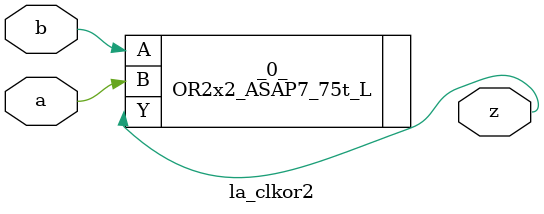
<source format=v>
/* Generated by Yosys 0.37 (git sha1 a5c7f69ed, clang 14.0.0-1ubuntu1.1 -fPIC -Os) */

module la_clkor2(a, b, z);
  input a;
  wire a;
  input b;
  wire b;
  output z;
  wire z;
  OR2x2_ASAP7_75t_L _0_ (
    .A(b),
    .B(a),
    .Y(z)
  );
endmodule

</source>
